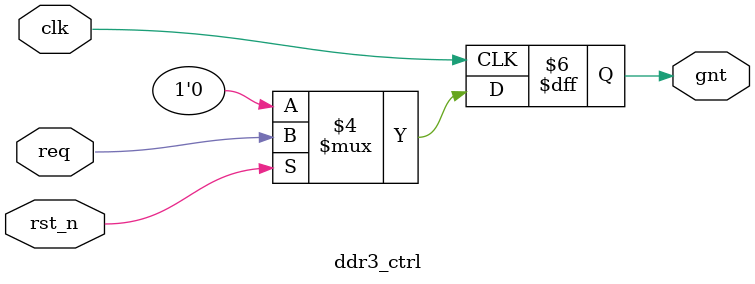
<source format=sv>
module ddr3_ctrl (
 input logic clk,
 input logic rst_n,
 input logic req,
 output logic gnt
);
 always_ff @(posedge clk) begin
  if (!rst_n) gnt <= 1'b0;
  else gnt <= req;
 end
endmodule

</source>
